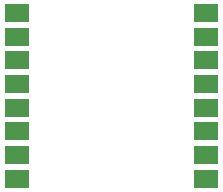
<source format=gbr>
%TF.GenerationSoftware,KiCad,Pcbnew,6.0.2+dfsg-1*%
%TF.CreationDate,2022-09-03T15:09:50+02:00*%
%TF.ProjectId,LoRa_thing,4c6f5261-5f74-4686-996e-672e6b696361,rev?*%
%TF.SameCoordinates,Original*%
%TF.FileFunction,Paste,Top*%
%TF.FilePolarity,Positive*%
%FSLAX46Y46*%
G04 Gerber Fmt 4.6, Leading zero omitted, Abs format (unit mm)*
G04 Created by KiCad (PCBNEW 6.0.2+dfsg-1) date 2022-09-03 15:09:50*
%MOMM*%
%LPD*%
G01*
G04 APERTURE LIST*
%ADD10R,2.000000X1.500000*%
G04 APERTURE END LIST*
D10*
%TO.C,U1*%
X128905000Y-133920000D03*
X128905000Y-131920000D03*
X128905000Y-129920000D03*
X128905000Y-127920000D03*
X128905000Y-125920000D03*
X128905000Y-123920000D03*
X128905000Y-121920000D03*
X128905000Y-119920000D03*
X112905000Y-119920000D03*
X112905000Y-121920000D03*
X112905000Y-123920000D03*
X112905000Y-125920000D03*
X112905000Y-127920000D03*
X112905000Y-129920000D03*
X112905000Y-131920000D03*
X112905000Y-133920000D03*
%TD*%
M02*

</source>
